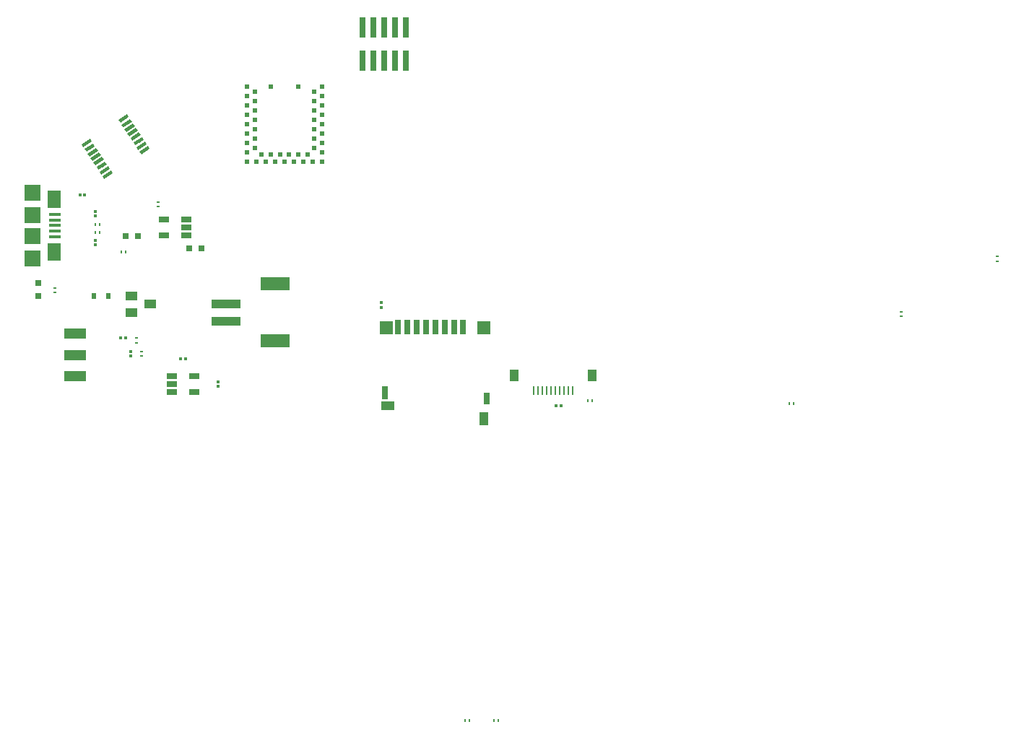
<source format=gbp>
G04 #@! TF.GenerationSoftware,KiCad,Pcbnew,(5.0.0-rc2-dev-321-g78161b592)*
G04 #@! TF.CreationDate,2018-06-20T02:06:46-06:00*
G04 #@! TF.ProjectId,dragon,647261676F6E2E6B696361645F706362,1.0*
G04 #@! TF.SameCoordinates,Original*
G04 #@! TF.FileFunction,Paste,Bot*
G04 #@! TF.FilePolarity,Positive*
%FSLAX46Y46*%
G04 Gerber Fmt 4.6, Leading zero omitted, Abs format (unit mm)*
G04 Created by KiCad (PCBNEW (5.0.0-rc2-dev-321-g78161b592)) date 06/20/18 02:06:46*
%MOMM*%
%LPD*%
G01*
G04 APERTURE LIST*
%ADD10R,0.350000X0.300000*%
%ADD11R,0.300000X0.350000*%
%ADD12R,0.800000X0.750000*%
%ADD13R,0.800000X0.800000*%
%ADD14R,0.600000X0.800000*%
%ADD15R,1.350000X0.400000*%
%ADD16R,1.900000X1.900000*%
%ADD17R,1.600000X2.100000*%
%ADD18R,0.700176X1.750440*%
%ADD19R,0.701191X1.752980*%
%ADD20R,0.700643X1.751610*%
%ADD21R,0.700871X1.752180*%
%ADD22R,0.700982X1.752460*%
%ADD23R,0.700174X1.750430*%
%ADD24R,0.700710X1.751770*%
%ADD25R,0.701055X1.752640*%
%ADD26R,1.500920X1.500920*%
%ADD27R,1.501800X1.501800*%
%ADD28R,0.800585X1.501100*%
%ADD29R,0.800364X1.400640*%
%ADD30R,1.500010X1.000010*%
%ADD31R,1.001290X1.501930*%
%ADD32R,3.400000X1.500000*%
%ADD33R,3.500000X1.000000*%
%ADD34R,0.740000X2.400000*%
%ADD35R,0.280000X0.430000*%
%ADD36R,0.430000X0.280000*%
%ADD37R,2.500000X1.250000*%
%ADD38C,0.400000*%
%ADD39C,0.100000*%
%ADD40R,1.220000X0.650000*%
%ADD41R,0.500000X0.500000*%
%ADD42R,0.254000X1.016000*%
%ADD43R,1.016000X1.346200*%
%ADD44R,1.400000X1.000000*%
G04 APERTURE END LIST*
D10*
X87300000Y-83820000D03*
X87300000Y-84380000D03*
X87300000Y-80420000D03*
X87300000Y-80980000D03*
D11*
X86080000Y-78525000D03*
X85520000Y-78525000D03*
D12*
X90850000Y-83320000D03*
X92350000Y-83320000D03*
D10*
X91425000Y-96870000D03*
X91425000Y-97430000D03*
D12*
X98290000Y-84760000D03*
X99790000Y-84760000D03*
D11*
X90880000Y-95300000D03*
X90320000Y-95300000D03*
X97880000Y-97700000D03*
X97320000Y-97700000D03*
D10*
X101700000Y-100980000D03*
X101700000Y-100420000D03*
D13*
X80600000Y-88800000D03*
X80600000Y-90400000D03*
D14*
X87160000Y-90350000D03*
X88860000Y-90350000D03*
D15*
X82600000Y-83400000D03*
X82600000Y-82750000D03*
X82600000Y-82100000D03*
X82600000Y-81450000D03*
X82600000Y-80800000D03*
D16*
X79950000Y-83300000D03*
X79950000Y-80900000D03*
X79950000Y-85950000D03*
D17*
X82500000Y-85200000D03*
X82500000Y-79000000D03*
D16*
X79950000Y-78250000D03*
D18*
X130455000Y-93972000D03*
D19*
X129355000Y-93972000D03*
D20*
X128255000Y-93972000D03*
D21*
X127154999Y-93972000D03*
D22*
X126055000Y-93972000D03*
D23*
X124955000Y-93972000D03*
D24*
X123855000Y-93972000D03*
D25*
X122755000Y-93972000D03*
D26*
X121455000Y-94097000D03*
D27*
X132905000Y-94097000D03*
D28*
X121280000Y-101697000D03*
D29*
X133230000Y-102347000D03*
D30*
X121635000Y-103197000D03*
D31*
X132830000Y-104797000D03*
D32*
X108375000Y-95650000D03*
X108375000Y-88950000D03*
D33*
X102625000Y-93300000D03*
X102625000Y-91300000D03*
D34*
X123690000Y-62790000D03*
X123690000Y-58890000D03*
X122420000Y-62790000D03*
X122420000Y-58890000D03*
X121150000Y-62790000D03*
X121150000Y-58890000D03*
X119880000Y-62790000D03*
X119880000Y-58890000D03*
X118610000Y-62790000D03*
X118610000Y-58890000D03*
D35*
X87820953Y-82895000D03*
X87300953Y-82895000D03*
X87300953Y-81955000D03*
X87820953Y-81955000D03*
D36*
X82600000Y-89960000D03*
X82600000Y-89440000D03*
X94700000Y-79340000D03*
X94700000Y-79860000D03*
X92775000Y-97385000D03*
X92775000Y-96865000D03*
X92175000Y-95315000D03*
X92175000Y-95835000D03*
D35*
X90340000Y-85200000D03*
X90860000Y-85200000D03*
X134040000Y-140150000D03*
X134560000Y-140150000D03*
X131160000Y-140150000D03*
X130640000Y-140150000D03*
X145090000Y-102600000D03*
X145610000Y-102600000D03*
D36*
X181800000Y-92710000D03*
X181800000Y-92190000D03*
X193100000Y-85740000D03*
X193100000Y-86260000D03*
D35*
X168640000Y-103000000D03*
X169160000Y-103000000D03*
D37*
X84950000Y-94800000D03*
X84950000Y-97300000D03*
X84950000Y-99800000D03*
D38*
X86304492Y-72437651D03*
D39*
G36*
X86693566Y-71939032D02*
X86914923Y-72272200D01*
X85915418Y-72936270D01*
X85694061Y-72603102D01*
X86693566Y-71939032D01*
X86693566Y-71939032D01*
G37*
D38*
X86655896Y-72966556D03*
D39*
G36*
X87044970Y-72467937D02*
X87266327Y-72801105D01*
X86266822Y-73465175D01*
X86045465Y-73132007D01*
X87044970Y-72467937D01*
X87044970Y-72467937D01*
G37*
D38*
X87007298Y-73495461D03*
D39*
G36*
X87396372Y-72996842D02*
X87617729Y-73330010D01*
X86618224Y-73994080D01*
X86396867Y-73660912D01*
X87396372Y-72996842D01*
X87396372Y-72996842D01*
G37*
D38*
X87358703Y-74024366D03*
D39*
G36*
X87747777Y-73525747D02*
X87969134Y-73858915D01*
X86969629Y-74522985D01*
X86748272Y-74189817D01*
X87747777Y-73525747D01*
X87747777Y-73525747D01*
G37*
D38*
X87710107Y-74553271D03*
D39*
G36*
X88099181Y-74054652D02*
X88320538Y-74387820D01*
X87321033Y-75051890D01*
X87099676Y-74718722D01*
X88099181Y-74054652D01*
X88099181Y-74054652D01*
G37*
D38*
X88061510Y-75082176D03*
D39*
G36*
X88450584Y-74583557D02*
X88671941Y-74916725D01*
X87672436Y-75580795D01*
X87451079Y-75247627D01*
X88450584Y-74583557D01*
X88450584Y-74583557D01*
G37*
D38*
X88412914Y-75611080D03*
D39*
G36*
X88801988Y-75112461D02*
X89023345Y-75445629D01*
X88023840Y-76109699D01*
X87802483Y-75776531D01*
X88801988Y-75112461D01*
X88801988Y-75112461D01*
G37*
D38*
X88764317Y-76139985D03*
D39*
G36*
X89153391Y-75641366D02*
X89374748Y-75974534D01*
X88375243Y-76638604D01*
X88153886Y-76305436D01*
X89153391Y-75641366D01*
X89153391Y-75641366D01*
G37*
D38*
X93095508Y-73262349D03*
D39*
G36*
X93484582Y-72763730D02*
X93705939Y-73096898D01*
X92706434Y-73760968D01*
X92485077Y-73427800D01*
X93484582Y-72763730D01*
X93484582Y-72763730D01*
G37*
D38*
X92744104Y-72733444D03*
D39*
G36*
X93133178Y-72234825D02*
X93354535Y-72567993D01*
X92355030Y-73232063D01*
X92133673Y-72898895D01*
X93133178Y-72234825D01*
X93133178Y-72234825D01*
G37*
D38*
X92392702Y-72204539D03*
D39*
G36*
X92781776Y-71705920D02*
X93003133Y-72039088D01*
X92003628Y-72703158D01*
X91782271Y-72369990D01*
X92781776Y-71705920D01*
X92781776Y-71705920D01*
G37*
D38*
X92041297Y-71675634D03*
D39*
G36*
X92430371Y-71177015D02*
X92651728Y-71510183D01*
X91652223Y-72174253D01*
X91430866Y-71841085D01*
X92430371Y-71177015D01*
X92430371Y-71177015D01*
G37*
D38*
X91689893Y-71146729D03*
D39*
G36*
X92078967Y-70648110D02*
X92300324Y-70981278D01*
X91300819Y-71645348D01*
X91079462Y-71312180D01*
X92078967Y-70648110D01*
X92078967Y-70648110D01*
G37*
D38*
X91338490Y-70617824D03*
D39*
G36*
X91727564Y-70119205D02*
X91948921Y-70452373D01*
X90949416Y-71116443D01*
X90728059Y-70783275D01*
X91727564Y-70119205D01*
X91727564Y-70119205D01*
G37*
D38*
X90987086Y-70088920D03*
D39*
G36*
X91376160Y-69590301D02*
X91597517Y-69923469D01*
X90598012Y-70587539D01*
X90376655Y-70254371D01*
X91376160Y-69590301D01*
X91376160Y-69590301D01*
G37*
D38*
X90635683Y-69560015D03*
D39*
G36*
X91024757Y-69061396D02*
X91246114Y-69394564D01*
X90246609Y-70058634D01*
X90025252Y-69725466D01*
X91024757Y-69061396D01*
X91024757Y-69061396D01*
G37*
D40*
X98010000Y-81350000D03*
X98010000Y-82300000D03*
X98010000Y-83250000D03*
X95390000Y-83250000D03*
X95390000Y-81350000D03*
X98910000Y-101650000D03*
X98910000Y-99750000D03*
X96290000Y-99750000D03*
X96290000Y-100700000D03*
X96290000Y-101650000D03*
D41*
X113900000Y-65850001D03*
X113000000Y-66400000D03*
X113900000Y-66950000D03*
X113000000Y-67499999D03*
X113900000Y-68050000D03*
X113000000Y-68600000D03*
X113900000Y-69150000D03*
X113000000Y-69700000D03*
X113900000Y-70250000D03*
X113000000Y-70800001D03*
X113900000Y-71350000D03*
X113000000Y-71900000D03*
X113900000Y-72450000D03*
X113000000Y-73000000D03*
X113900000Y-73549999D03*
X113900000Y-74650000D03*
X112800000Y-74650001D03*
X112250000Y-73750000D03*
X111700000Y-74650000D03*
X111150000Y-73750000D03*
X110600000Y-74650000D03*
X110050000Y-73750000D03*
X109500000Y-74650001D03*
X108950000Y-73750000D03*
X108400000Y-74650000D03*
X107850000Y-73750000D03*
X107300000Y-74650000D03*
X106750000Y-73750000D03*
X106199999Y-74650000D03*
X105100000Y-74650000D03*
X105100000Y-73550000D03*
X106000000Y-73000000D03*
X105100001Y-72450000D03*
X106000000Y-71900000D03*
X105100000Y-71350000D03*
X106000000Y-70800000D03*
X105100000Y-70250000D03*
X106000000Y-69700000D03*
X105100001Y-69150000D03*
X106000000Y-68600000D03*
X105100000Y-68050000D03*
X106000000Y-67500000D03*
X105100000Y-66950000D03*
X106000000Y-66400000D03*
X105100000Y-65850000D03*
X107850000Y-65849999D03*
X111150000Y-65850000D03*
D42*
X138749999Y-101414000D03*
X139250001Y-101414000D03*
X139750000Y-101414000D03*
X140249999Y-101414000D03*
X140750000Y-101414000D03*
X141250000Y-101414000D03*
X141750001Y-101414000D03*
X142250000Y-101414000D03*
X142749999Y-101414000D03*
X143250001Y-101414000D03*
D43*
X145572000Y-99686800D03*
X136428000Y-99686800D03*
D10*
X120870000Y-91119999D03*
X120870000Y-91680001D03*
D11*
X141370000Y-103250000D03*
X141930000Y-103250000D03*
D44*
X91530000Y-92270000D03*
X91530000Y-90370000D03*
X93730000Y-91320000D03*
M02*

</source>
